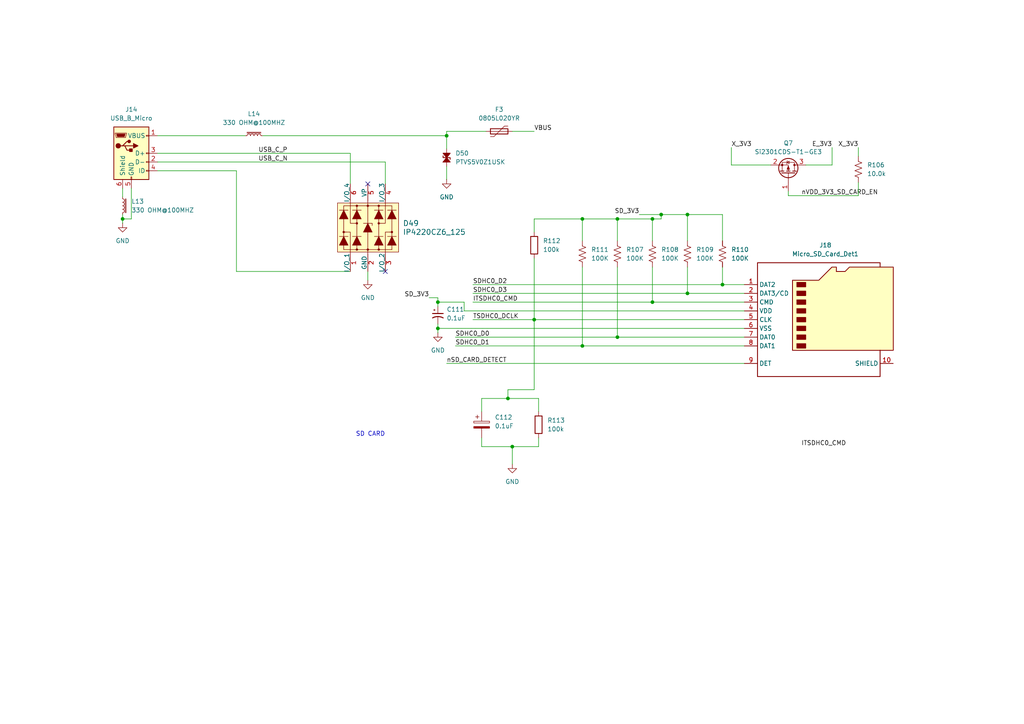
<source format=kicad_sch>
(kicad_sch (version 20231120) (generator "eeschema") (generator_version "8.0")
  (paper "A4")
  (title_block (title "Memory") (date "2024-09-08") (rev "1") (company "TampanTech") (comment 1 "Drone Flight Management Unit"))
  (lib_symbols
    (symbol "Connector:Micro_SD_Card_Det1"
      (property "Reference" "J" (at -16.51 17.78 0))
      (property "Value" "Micro_SD_Card_Det1" (at 16.51 17.78 0))
      (symbol "Micro_SD_Card_Det1_0_1"
        (rectangle (start -7.62 -6.985) (end -5.08 -8.255) (stroke (width 0.254)) (fill (type outline)))
        (rectangle (start -7.62 -4.445) (end -5.08 -5.715) (stroke (width 0.254)) (fill (type outline)))
        (rectangle (start -7.62 -1.905) (end -5.08 -3.175) (stroke (width 0.254)) (fill (type outline)))
        (rectangle (start -7.62 0.635) (end -5.08 -0.635) (stroke (width 0.254)) (fill (type outline)))
        (rectangle (start -7.62 3.175) (end -5.08 1.905) (stroke (width 0.254)) (fill (type outline)))
        (rectangle (start -7.62 5.715) (end -5.08 4.445) (stroke (width 0.254)) (fill (type outline)))
        (rectangle (start -7.62 8.255) (end -5.08 6.985) (stroke (width 0.254)) (fill (type outline)))
        (rectangle (start -7.62 10.795) (end -5.08 9.525) (stroke (width 0.254)) (fill (type outline)))
        (polyline (pts (xy 16.51 15.24) (xy 16.51 16.51) (xy -19.05 16.51) (xy -19.05 -16.51) (xy 16.51 -16.51) (xy 16.51 -8.89)) (stroke (width 0.254)))
        (polyline (pts (xy -8.89 -8.89) (xy -8.89 11.43) (xy -1.27 11.43) (xy 2.54 15.24) (xy 3.81 15.24) (xy 3.81 13.97) (xy 6.35 13.97) (xy 7.62 15.24) (xy 20.32 15.24) (xy 20.32 -8.89) (xy -8.89 -8.89)) (stroke (width 0.254)) (fill (type background)))
      )
      (symbol "Micro_SD_Card_Det1_1_1"
        (pin bidirectional line (at -22.86 10.16 0) (length 3.81) (name "DAT2") (number "1"))
        (pin passive line (at 20.32 -12.7 180) (length 3.81) (name "SHIELD") (number "10"))
        (pin bidirectional line (at -22.86 7.62 0) (length 3.81) (name "DAT3/CD") (number "2"))
        (pin input line (at -22.86 5.08 0) (length 3.81) (name "CMD") (number "3"))
        (pin power_in line (at -22.86 2.54 0) (length 3.81) (name "VDD") (number "4"))
        (pin input line (at -22.86 0 0) (length 3.81) (name "CLK") (number "5"))
        (pin power_in line (at -22.86 -2.54 0) (length 3.81) (name "VSS") (number "6"))
        (pin bidirectional line (at -22.86 -5.08 0) (length 3.81) (name "DAT0") (number "7"))
        (pin bidirectional line (at -22.86 -7.62 0) (length 3.81) (name "DAT1") (number "8"))
        (pin passive line (at -22.86 -12.7 0) (length 3.81) (name "DET") (number "9"))
      )
    )
    (symbol "Connector:USB_B_Micro" (pin_names (offset 1.016))
      (property "Reference" "J" (at -5.08 11.43 0))
      (property "Value" "USB_B_Micro" (at -5.08 8.89 0))
      (symbol "USB_B_Micro_0_1"
        (rectangle (start -5.08 -7.62) (end 5.08 7.62) (stroke (width 0.254)) (fill (type background)))
        (circle (center -3.81 2.159) (radius 0.635) (stroke (width 0.254)) (fill (type outline)))
        (circle (center -0.635 3.429) (radius 0.381) (stroke (width 0.254)) (fill (type outline)))
        (rectangle (start -0.127 -7.62) (end 0.127 -6.858))
        (polyline (pts (xy -1.905 2.159) (xy 0.635 2.159)) (stroke (width 0.254)))
        (polyline (pts (xy -3.175 2.159) (xy -2.54 2.159) (xy -1.27 3.429) (xy -0.635 3.429)) (stroke (width 0.254)))
        (polyline (pts (xy -2.54 2.159) (xy -1.905 2.159) (xy -1.27 0.889) (xy 0 0.889)) (stroke (width 0.254)))
        (polyline (pts (xy 0.635 2.794) (xy 0.635 1.524) (xy 1.905 2.159) (xy 0.635 2.794)) (stroke (width 0.254)) (fill (type outline)))
        (polyline (pts (xy -4.318 5.588) (xy -1.778 5.588) (xy -2.032 4.826) (xy -4.064 4.826) (xy -4.318 5.588)) (fill (type outline)))
        (polyline (pts (xy -4.699 5.842) (xy -4.699 5.588) (xy -4.445 4.826) (xy -4.445 4.572) (xy -1.651 4.572) (xy -1.651 4.826) (xy -1.397 5.588) (xy -1.397 5.842) (xy -4.699 5.842)))
        (rectangle (start 0.254 1.27) (end -0.508 0.508) (stroke (width 0.254)) (fill (type outline)))
        (rectangle (start 5.08 -5.207) (end 4.318 -4.953))
        (rectangle (start 5.08 -2.667) (end 4.318 -2.413))
        (rectangle (start 5.08 -0.127) (end 4.318 0.127))
        (rectangle (start 5.08 4.953) (end 4.318 5.207))
      )
      (symbol "USB_B_Micro_1_1"
        (pin power_out line (at 7.62 5.08 180) (length 2.54) (name "VBUS") (number "1"))
        (pin bidirectional line (at 7.62 -2.54 180) (length 2.54) (name "D-") (number "2"))
        (pin bidirectional line (at 7.62 0 180) (length 2.54) (name "D+") (number "3"))
        (pin passive line (at 7.62 -5.08 180) (length 2.54) (name "ID") (number "4"))
        (pin power_out line (at 0 -10.16 90) (length 2.54) (name "GND") (number "5"))
        (pin passive line (at -2.54 -10.16 90) (length 2.54) (name "Shield") (number "6"))
      )
    )
    (symbol "Device:C_Polarized" (pin_numbers hide) (pin_names (offset 0.254))
      (property "Reference" "C" (at 0.635 2.54 0))
      (property "Value" "C_Polarized" (at 0.635 -2.54 0))
      (symbol "C_Polarized_0_1"
        (rectangle (start -2.286 0.508) (end 2.286 1.016))
        (polyline (pts (xy -1.778 2.286) (xy -0.762 2.286)))
        (polyline (pts (xy -1.27 2.794) (xy -1.27 1.778)))
        (rectangle (start 2.286 -0.508) (end -2.286 -1.016) (fill (type outline)))
      )
      (symbol "C_Polarized_1_1"
        (pin passive line (at 0 3.81 270) (length 2.794) (name "~") (number "1"))
        (pin passive line (at 0 -3.81 90) (length 2.794) (name "~") (number "2"))
      )
    )
    (symbol "Device:C_Polarized_Small_US" (pin_numbers hide) (pin_names (offset 0.254) hide)
      (property "Reference" "C" (at 0.254 1.778 0))
      (property "Value" "C_Polarized_Small_US" (at 0.254 -2.032 0))
      (symbol "C_Polarized_Small_US_0_1"
        (polyline (pts (xy -1.524 0.508) (xy 1.524 0.508)) (stroke (width 0.3048)))
        (polyline (pts (xy -1.27 1.524) (xy -0.762 1.524)))
        (polyline (pts (xy -1.016 1.27) (xy -1.016 1.778)))
        (arc (start 1.524 -0.762) (mid 0 -0.3734) (end -1.524 -0.762) (stroke (width 0.3048)))
      )
      (symbol "C_Polarized_Small_US_1_1"
        (pin passive line (at 0 2.54 270) (length 2.032) (name "~") (number "1"))
        (pin passive line (at 0 -2.54 90) (length 2.032) (name "~") (number "2"))
      )
    )
    (symbol "Device:D_TVS_Small_Filled" (pin_numbers hide) (pin_names (offset 1.016) hide)
      (property "Reference" "D" (at 0 2.54 0))
      (property "Value" "D_TVS_Small_Filled" (at 0 -2.54 0))
      (symbol "D_TVS_Small_Filled_0_1"
        (polyline (pts (xy -1.27 0) (xy 1.27 0)))
        (polyline (pts (xy 0.508 1.016) (xy 0 1.016) (xy 0 -1.016) (xy -0.508 -1.016)) (stroke (width 0.254)))
      )
      (symbol "D_TVS_Small_Filled_1_1"
        (polyline (pts (xy -1.27 1.016) (xy -1.27 -1.016) (xy 0 0) (xy -1.27 1.016)) (stroke (width 0.254)) (fill (type outline)))
        (polyline (pts (xy 0 0) (xy 1.27 1.016) (xy 1.27 -1.016) (xy 0 0)) (stroke (width 0.254)) (fill (type outline)))
        (pin passive line (at -2.54 0 0) (length 1.27) (name "A1") (number "1"))
        (pin passive line (at 2.54 0 180) (length 1.27) (name "A2") (number "2"))
      )
    )
    (symbol "Device:L_Iron_Small" (pin_numbers hide) (pin_names (offset 0.254) hide)
      (property "Reference" "L" (at 1.27 1.016 0))
      (property "Value" "L_Iron_Small" (at 1.27 -1.27 0))
      (symbol "L_Iron_Small_0_1"
        (arc (start 0 -2.032) (mid 0.5058 -1.524) (end 0 -1.016))
        (arc (start 0 -1.016) (mid 0.5058 -0.508) (end 0 0))
        (polyline (pts (xy 0.762 2.032) (xy 0.762 -2.032)))
        (polyline (pts (xy 1.016 -2.032) (xy 1.016 2.032)))
        (arc (start 0 0) (mid 0.5058 0.508) (end 0 1.016))
        (arc (start 0 1.016) (mid 0.5058 1.524) (end 0 2.032))
      )
      (symbol "L_Iron_Small_1_1"
        (pin passive line (at 0 2.54 270) (length 0.508) (name "~") (number "1"))
        (pin passive line (at 0 -2.54 90) (length 0.508) (name "~") (number "2"))
      )
    )
    (symbol "Device:Polyfuse" (pin_numbers hide) (pin_names (offset 0))
      (property "Reference" "F" (at -2.54 0 90))
      (property "Value" "Polyfuse" (at 2.54 0 90))
      (symbol "Polyfuse_0_1"
        (rectangle (start -0.762 2.54) (end 0.762 -2.54) (stroke (width 0.254)))
        (polyline (pts (xy 0 2.54) (xy 0 -2.54)))
        (polyline (pts (xy -1.524 2.54) (xy -1.524 1.524) (xy 1.524 -1.524) (xy 1.524 -2.54)))
      )
      (symbol "Polyfuse_1_1"
        (pin passive line (at 0 3.81 270) (length 1.27) (name "~") (number "1"))
        (pin passive line (at 0 -3.81 90) (length 1.27) (name "~") (number "2"))
      )
    )
    (symbol "Device:R" (pin_numbers hide) (pin_names (offset 0))
      (property "Reference" "R" (at 2.032 0 90))
      (property "Value" "R" (at 0 0 90))
      (symbol "R_0_1"
        (rectangle (start -1.016 -2.54) (end 1.016 2.54) (stroke (width 0.254)))
      )
      (symbol "R_1_1"
        (pin passive line (at 0 3.81 270) (length 1.27) (name "~") (number "1"))
        (pin passive line (at 0 -3.81 90) (length 1.27) (name "~") (number "2"))
      )
    )
    (symbol "Device:R_US" (pin_numbers hide) (pin_names (offset 0))
      (property "Reference" "R" (at 2.54 0 90))
      (property "Value" "R_US" (at -2.54 0 90))
      (symbol "R_US_0_1"
        (polyline (pts (xy 0 -2.286) (xy 0 -2.54)))
        (polyline (pts (xy 0 2.286) (xy 0 2.54)))
        (polyline (pts (xy 0 -0.762) (xy 1.016 -1.143) (xy 0 -1.524) (xy -1.016 -1.905) (xy 0 -2.286)))
        (polyline (pts (xy 0 0.762) (xy 1.016 0.381) (xy 0 0) (xy -1.016 -0.381) (xy 0 -0.762)))
        (polyline (pts (xy 0 2.286) (xy 1.016 1.905) (xy 0 1.524) (xy -1.016 1.143) (xy 0 0.762)))
      )
      (symbol "R_US_1_1"
        (pin passive line (at 0 3.81 270) (length 1.27) (name "~") (number "1"))
        (pin passive line (at 0 -3.81 90) (length 1.27) (name "~") (number "2"))
      )
    )
    (symbol "Transistor_FET:Si2319CDS" (pin_names hide)
      (property "Reference" "Q" (at 5.08 1.905 0))
      (property "Value" "Si2319CDS" (at 5.08 0 0))
      (symbol "Si2319CDS_0_1"
        (polyline (pts (xy 0.254 0) (xy -2.54 0)))
        (polyline (pts (xy 0.254 1.905) (xy 0.254 -1.905)) (stroke (width 0.254)))
        (polyline (pts (xy 0.762 -1.27) (xy 0.762 -2.286)) (stroke (width 0.254)))
        (polyline (pts (xy 0.762 0.508) (xy 0.762 -0.508)) (stroke (width 0.254)))
        (polyline (pts (xy 0.762 2.286) (xy 0.762 1.27)) (stroke (width 0.254)))
        (polyline (pts (xy 2.54 2.54) (xy 2.54 1.778)))
        (polyline (pts (xy 2.54 -2.54) (xy 2.54 0) (xy 0.762 0)))
        (polyline (pts (xy 0.762 1.778) (xy 3.302 1.778) (xy 3.302 -1.778) (xy 0.762 -1.778)))
        (polyline (pts (xy 2.286 0) (xy 1.27 0.381) (xy 1.27 -0.381) (xy 2.286 0)) (fill (type outline)))
        (polyline (pts (xy 2.794 -0.508) (xy 2.921 -0.381) (xy 3.683 -0.381) (xy 3.81 -0.254)))
        (polyline (pts (xy 3.302 -0.381) (xy 2.921 0.254) (xy 3.683 0.254) (xy 3.302 -0.381)))
        (circle (center 1.651 0) (radius 2.794) (stroke (width 0.254)))
        (circle (center 2.54 -1.778) (radius 0.254) (fill (type outline)))
        (circle (center 2.54 1.778) (radius 0.254) (fill (type outline)))
      )
      (symbol "Si2319CDS_1_1"
        (pin input line (at -5.08 0 0) (length 2.54) (name "G") (number "1"))
        (pin passive line (at 2.54 -5.08 90) (length 2.54) (name "S") (number "2"))
        (pin passive line (at 2.54 5.08 270) (length 2.54) (name "D") (number "3"))
      )
    )
    (symbol "dk_TVS-Diodes:IP4220CZ6_125" (pin_names (offset 0))
      (property "Reference" "D" (at -7.0612 7.4676 0))
      (property "Value" "IP4220CZ6_125" (at 0.0508 -12.954 0))
      (symbol "IP4220CZ6_125_0_1"
        (rectangle (start -7.0612 6.2484) (end 7.1628 -11.4808) (fill (type background)))
        (circle (center -6.35 -5.715) (radius 0.254) (fill (type outline)))
        (circle (center -6.35 -2.54) (radius 0.254) (fill (type outline)))
        (circle (center -6.35 0.635) (radius 0.254) (fill (type outline)))
        (circle (center -1.27 -9.525) (radius 0.254) (fill (type outline)))
        (circle (center -1.27 4.445) (radius 0.254) (fill (type outline)))
        (polyline (pts (xy -6.35 -9.525) (xy -6.35 4.445)))
        (polyline (pts (xy -6.35 -9.525) (xy 6.35 -9.525)))
        (polyline (pts (xy -6.35 0.635) (xy 6.35 0.635)))
        (polyline (pts (xy -6.35 4.445) (xy 6.35 4.445)))
        (polyline (pts (xy -2.54 -8.255) (xy -2.54 -10.795)))
        (polyline (pts (xy -2.54 -4.445) (xy -2.54 -6.985)))
        (polyline (pts (xy -2.54 1.905) (xy -2.54 -0.635)))
        (polyline (pts (xy -2.54 5.715) (xy -2.54 3.175)))
        (polyline (pts (xy -1.27 -8.89) (xy -1.27 -9.525)))
        (polyline (pts (xy -1.27 -2.54) (xy -7.62 -2.54)))
        (polyline (pts (xy -1.27 -2.54) (xy 1.27 -2.54)))
        (polyline (pts (xy -1.27 3.81) (xy -1.27 4.445)))
        (polyline (pts (xy 1.27 -5.715) (xy 1.27 -6.35)))
        (polyline (pts (xy 1.27 -3.81) (xy 0.635 -3.81)))
        (polyline (pts (xy 1.27 -2.54) (xy 7.62 -2.54)))
        (polyline (pts (xy 1.27 -1.27) (xy 1.27 -3.81)))
        (polyline (pts (xy 1.27 0.635) (xy 1.27 1.27)))
        (polyline (pts (xy 5.08 -8.255) (xy 5.08 -10.795)))
        (polyline (pts (xy 5.08 -4.445) (xy 5.08 -6.985)))
        (polyline (pts (xy 5.08 1.905) (xy 5.08 -0.635)))
        (polyline (pts (xy 5.08 5.715) (xy 5.08 3.175)))
        (polyline (pts (xy 6.35 -5.715) (xy -6.35 -5.715)))
        (polyline (pts (xy 6.35 4.445) (xy 6.35 -9.525)))
        (polyline (pts (xy -1.27 -8.89) (xy -1.27 -7.62) (xy -7.62 -7.62)))
        (polyline (pts (xy -1.27 3.81) (xy -1.27 2.54) (xy -7.62 2.54)))
        (polyline (pts (xy 1.27 1.27) (xy 1.27 2.54) (xy 7.62 2.54)))
        (polyline (pts (xy 7.62 -7.62) (xy 1.27 -7.62) (xy 1.27 -6.35)))
        (polyline (pts (xy -5.08 -8.255) (xy -5.08 -10.795) (xy -2.54 -9.525) (xy -5.08 -8.255)) (fill (type outline)))
        (polyline (pts (xy -5.08 -4.445) (xy -5.08 -6.985) (xy -2.54 -5.715) (xy -5.08 -4.445)) (fill (type outline)))
        (polyline (pts (xy -5.08 1.905) (xy -5.08 -0.635) (xy -2.54 0.635) (xy -5.08 1.905)) (fill (type outline)))
        (polyline (pts (xy -5.08 5.715) (xy -5.08 3.175) (xy -2.54 4.445) (xy -5.08 5.715)) (fill (type outline)))
        (polyline (pts (xy -1.27 -1.27) (xy -1.27 -3.81) (xy 1.27 -2.54) (xy -1.27 -1.27)) (fill (type outline)))
        (polyline (pts (xy 2.54 -8.255) (xy 2.54 -10.795) (xy 5.08 -9.525) (xy 2.54 -8.255)) (fill (type outline)))
        (polyline (pts (xy 2.54 1.905) (xy 2.54 -0.635) (xy 5.08 0.635) (xy 2.54 1.905)) (fill (type outline)))
        (polyline (pts (xy 5.08 -5.715) (xy 2.54 -4.445) (xy 2.54 -6.985) (xy 5.08 -5.715)) (fill (type outline)))
        (polyline (pts (xy 5.08 4.445) (xy 2.54 5.715) (xy 2.54 3.175) (xy 5.08 4.445)) (fill (type outline)))
        (circle (center 1.27 -5.715) (radius 0.254) (fill (type outline)))
        (circle (center 1.27 0.635) (radius 0.254) (fill (type outline)))
        (circle (center 6.35 -5.715) (radius 0.254) (fill (type outline)))
        (circle (center 6.35 -2.54) (radius 0.254) (fill (type outline)))
        (circle (center 6.35 0.635) (radius 0.254) (fill (type outline)))
      )
      (symbol "IP4220CZ6_125_1_1"
        (pin passive line (at -12.7 2.54 0) (length 5.08) (name "I/O_1") (number "1"))
        (pin power_in line (at -12.7 -2.54 0) (length 5.08) (name "GND") (number "2"))
        (pin passive line (at -12.7 -7.62 0) (length 5.08) (name "I/O_2") (number "3"))
        (pin passive line (at 12.7 -7.62 180) (length 5.08) (name "I/O_3") (number "4"))
        (pin power_in line (at 12.7 -2.54 180) (length 5.08) (name "VP") (number "5"))
        (pin passive line (at 12.7 2.54 180) (length 5.08) (name "I/O_4") (number "6"))
      )
    )
    (symbol "power:GND" (power) (pin_numbers hide) (pin_names (offset 0) hide)
      (property "Value" "GND" (at 0 -3.81 0))
      (symbol "GND_0_1"
        (polyline (pts (xy 0 0) (xy 0 -1.27) (xy 1.27 -1.27) (xy 0 -2.54) (xy -1.27 -1.27) (xy 0 -1.27)))
      )
      (symbol "GND_1_1"
        (pin power_in line (at 0 0 270) (length 0) (name "~") (number "1"))
      )
    )
  )
  (junction (at 127 95.25))
  (junction (at 168.91 100.33))
  (junction (at 189.23 63.5))
  (junction (at 209.55 82.55))
  (junction (at 147.32 115.57))
  (junction (at 127 87.63))
  (junction (at 179.07 97.79))
  (junction (at 189.23 87.63))
  (junction (at 191.77 62.23))
  (junction (at 148.59 129.54))
  (junction (at 35.56 63.5))
  (junction (at 154.94 92.71))
  (junction (at 179.07 63.5))
  (junction (at 129.54 39.37))
  (junction (at 199.39 62.23))
  (junction (at 168.91 63.5))
  (junction (at 199.39 85.09))
  (no_connect (at 106.68 53.34))
  (no_connect (at 111.76 78.74))
  (wire (pts (xy 209.55 62.23) (xy 209.55 69.85)))
  (wire (pts (xy 137.16 92.71) (xy 154.94 92.71)))
  (wire (pts (xy 156.21 129.54) (xy 156.21 127)))
  (wire (pts (xy 241.3399 47.8595) (xy 233.7199 47.8595)))
  (wire (pts (xy 139.7 119.38) (xy 139.7 115.57)))
  (wire (pts (xy 139.7 127) (xy 139.7 129.54)))
  (wire (pts (xy 137.16 87.63) (xy 189.23 87.63)))
  (wire (pts (xy 111.76 46.99) (xy 111.76 53.34)))
  (wire (pts (xy 148.59 38.1) (xy 154.94 38.1)))
  (wire (pts (xy 148.59 129.54) (xy 148.59 134.62)))
  (wire (pts (xy 140.97 38.1) (xy 129.54 38.1)))
  (wire (pts (xy 248.9599 56.7495) (xy 248.9599 52.9395)))
  (wire (pts (xy 124.46 86.36) (xy 127 86.36)))
  (wire (pts (xy 38.1 63.5) (xy 38.1 54.61)))
  (wire (pts (xy 147.32 115.57) (xy 156.21 115.57)))
  (wire (pts (xy 228.6399 56.7495) (xy 228.6399 55.4795)))
  (wire (pts (xy 127 93.98) (xy 127 95.25)))
  (wire (pts (xy 179.07 69.85) (xy 179.07 63.5)))
  (wire (pts (xy 156.21 115.57) (xy 156.21 119.38)))
  (wire (pts (xy 101.6 78.74) (xy 68.58 78.74)))
  (wire (pts (xy 209.55 77.47) (xy 209.55 82.55)))
  (wire (pts (xy 212.1299 42.7795) (xy 212.1299 47.8595)))
  (wire (pts (xy 129.54 38.1) (xy 129.54 39.37)))
  (wire (pts (xy 179.07 77.47) (xy 179.07 97.79)))
  (wire (pts (xy 154.94 74.93) (xy 154.94 92.71)))
  (wire (pts (xy 129.54 43.18) (xy 129.54 39.37)))
  (wire (pts (xy 139.7 129.54) (xy 148.59 129.54)))
  (wire (pts (xy 147.32 113.03) (xy 147.32 115.57)))
  (wire (pts (xy 45.72 39.37) (xy 71.12 39.37)))
  (wire (pts (xy 134.62 90.17) (xy 215.9 90.17)))
  (wire (pts (xy 168.91 100.33) (xy 215.9 100.33)))
  (wire (pts (xy 132.08 97.79) (xy 179.07 97.79)))
  (wire (pts (xy 199.39 77.47) (xy 199.39 85.09)))
  (wire (pts (xy 148.59 129.54) (xy 156.21 129.54)))
  (wire (pts (xy 191.77 62.23) (xy 199.39 62.23)))
  (wire (pts (xy 35.56 63.5) (xy 38.1 63.5)))
  (wire (pts (xy 134.62 90.17) (xy 134.62 87.63)))
  (wire (pts (xy 179.07 97.79) (xy 215.9 97.79)))
  (wire (pts (xy 35.56 63.5) (xy 35.56 64.77)))
  (wire (pts (xy 68.58 78.74) (xy 68.58 49.53)))
  (wire (pts (xy 199.39 62.23) (xy 209.55 62.23)))
  (wire (pts (xy 101.6 44.45) (xy 101.6 53.34)))
  (wire (pts (xy 45.72 44.45) (xy 101.6 44.45)))
  (wire (pts (xy 154.94 63.5) (xy 168.91 63.5)))
  (wire (pts (xy 168.91 69.85) (xy 168.91 63.5)))
  (wire (pts (xy 248.9599 42.7795) (xy 248.9599 45.3195)))
  (wire (pts (xy 199.39 85.09) (xy 215.9 85.09)))
  (wire (pts (xy 139.7 115.57) (xy 147.32 115.57)))
  (wire (pts (xy 35.56 62.23) (xy 35.56 63.5)))
  (wire (pts (xy 212.1299 47.8595) (xy 223.5599 47.8595)))
  (wire (pts (xy 134.62 87.63) (xy 127 87.63)))
  (wire (pts (xy 199.39 62.23) (xy 199.39 69.85)))
  (wire (pts (xy 209.55 82.55) (xy 215.9 82.55)))
  (wire (pts (xy 132.08 100.33) (xy 168.91 100.33)))
  (wire (pts (xy 154.94 92.71) (xy 154.94 113.03)))
  (wire (pts (xy 189.23 87.63) (xy 215.9 87.63)))
  (wire (pts (xy 127 87.63) (xy 127 88.9)))
  (wire (pts (xy 154.94 92.71) (xy 215.9 92.71)))
  (wire (pts (xy 129.54 48.26) (xy 129.54 52.07)))
  (wire (pts (xy 127 86.36) (xy 127 87.63)))
  (wire (pts (xy 191.77 63.5) (xy 191.77 62.23)))
  (wire (pts (xy 154.94 67.31) (xy 154.94 63.5)))
  (wire (pts (xy 168.91 63.5) (xy 179.07 63.5)))
  (wire (pts (xy 127 95.25) (xy 127 96.52)))
  (wire (pts (xy 189.23 77.47) (xy 189.23 87.63)))
  (wire (pts (xy 154.94 113.03) (xy 147.32 113.03)))
  (wire (pts (xy 228.6399 56.7495) (xy 248.9599 56.7495)))
  (wire (pts (xy 68.58 49.53) (xy 45.72 49.53)))
  (wire (pts (xy 137.16 82.55) (xy 209.55 82.55)))
  (wire (pts (xy 35.56 57.15) (xy 35.56 54.61)))
  (wire (pts (xy 129.54 39.37) (xy 76.2 39.37)))
  (wire (pts (xy 189.23 63.5) (xy 191.77 63.5)))
  (wire (pts (xy 45.72 46.99) (xy 111.76 46.99)))
  (wire (pts (xy 127 95.25) (xy 215.9 95.25)))
  (wire (pts (xy 189.23 63.5) (xy 189.23 69.85)))
  (wire (pts (xy 106.68 78.74) (xy 106.68 81.28)))
  (wire (pts (xy 185.42 62.23) (xy 191.77 62.23)))
  (wire (pts (xy 168.91 77.47) (xy 168.91 100.33)))
  (wire (pts (xy 137.16 85.09) (xy 199.39 85.09)))
  (wire (pts (xy 179.07 63.5) (xy 189.23 63.5)))
  (wire (pts (xy 129.54 105.41) (xy 215.9 105.41)))
  (wire (pts (xy 241.3399 42.7795) (xy 241.3399 47.8595)))
  (text "SD CARD" (at 107.442 125.984 0) (effects (font (size 1.27 1.27))))
  (label "USB_C_P" (at 74.93 44.45 0))
  (label "ITSDHC0_CMD" (at 137.16 87.63 0))
  (label "SD_3V3" (at 185.42 62.23 180))
  (label "X_3V3" (at 248.9599 42.7795 180))
  (label "USB_C_N" (at 74.93 46.99 0))
  (label "X_3V3" (at 212.1299 42.7795 0))
  (label "E_3V3" (at 241.3399 42.7795 180))
  (label "SDHC0_D1" (at 132.08 100.33 0))
  (label "TSDHC0_DCLK" (at 137.16 92.71 0))
  (label "nVDD_3V3_SD_CARD_EN" (at 232.4499 56.7495 0))
  (label "VBUS" (at 154.94 38.1 0))
  (label "ITSDHC0_CMD" (at 232.41 129.54 0))
  (label "SDHC0_D3" (at 137.16 85.09 0))
  (label "SDHC0_D2" (at 137.16 82.55 0))
  (label "SD_3V3" (at 124.46 86.36 180))
  (label "SDHC0_D0" (at 132.08 97.79 0))
  (label "nSD_CARD_DETECT" (at 129.54 105.41 0))
  (symbol (lib_id "power:GND") (at 35.56 64.77 0) (unit 1)
    (property "Reference" "#PWR0197" (effects (hide yes)))
    (property "Value" "GND" (at 35.56 69.85 0))
    (property "Description" "Power symbol creates a global label with name \"GND\" , ground" (effects (hide yes)))
  )
  (symbol (lib_id "Device:Polyfuse") (at 144.78 38.1 90) (unit 1)
    (property "Reference" "F3" (at 144.78 31.75 90))
    (property "Value" "0805L020YR" (at 144.78 34.29 90))
    (property "Description" "Resettable fuse, polymeric positive temperature coefficient" (effects (hide yes)))
  )
  (symbol (lib_id "Device:R_US") (at 209.55 73.66 0) (unit 1)
    (property "Reference" "R110" (at 212.09 72.3899 0) (effects (justify left)))
    (property "Value" "100K" (at 212.09 74.9299 0) (effects (justify left)))
    (property "Description" "Resistor, US symbol" (effects (hide yes)))
  )
  (symbol (lib_id "Device:L_Iron_Small") (at 73.66 39.37 90) (unit 1)
    (property "Reference" "L14" (at 73.66 33.02 90))
    (property "Value" "330 OHM@100MHZ" (at 73.66 35.56 90))
    (property "Description" "Inductor with iron core, small symbol" (effects (hide yes)))
  )
  (symbol (lib_id "Device:R") (at 154.94 71.12 0) (unit 1)
    (property "Reference" "R112" (at 157.48 69.8499 0) (effects (justify left)))
    (property "Value" "100k" (at 157.48 72.3899 0) (effects (justify left)))
    (property "Description" "Resistor" (effects (hide yes)))
  )
  (symbol (lib_id "Device:R") (at 156.21 123.19 0) (unit 1)
    (property "Reference" "R113" (at 158.75 121.9199 0) (effects (justify left)))
    (property "Value" "100k" (at 158.75 124.4599 0) (effects (justify left)))
    (property "Description" "Resistor" (effects (hide yes)))
  )
  (symbol (lib_id "Device:C_Polarized") (at 139.7 123.19 0) (unit 1)
    (property "Reference" "C112" (at 143.51 121.0309 0) (effects (justify left)))
    (property "Value" "0.1uF" (at 143.51 123.5709 0) (effects (justify left)))
    (property "Description" "Polarized capacitor" (effects (hide yes)))
  )
  (symbol (lib_id "power:GND") (at 127 96.52 0) (unit 1)
    (property "Reference" "#PWR0200" (effects (hide yes)))
    (property "Value" "GND" (at 127 101.6 0))
    (property "Description" "Power symbol creates a global label with name \"GND\" , ground" (effects (hide yes)))
  )
  (symbol (lib_id "dk_TVS-Diodes:IP4220CZ6_125") (at 104.14 66.04 90) (unit 1)
    (property "Reference" "D49" (at 116.84 64.7699 90) (effects (font (size 1.524 1.524)) (justify right)))
    (property "Value" "IP4220CZ6_125" (at 116.84 67.3099 90) (effects (font (size 1.524 1.524)) (justify right)))
    (property "Footprint" "digikey-footprints:SC-74" (effects (hide yes)))
    (property "Datasheet" "https://assets.nexperia.com/documents/data-sheet/IP4220CZ6.pdf" (effects (hide yes)))
    (property "Description" "TVS DIODE 5.5V 6TSOP" (effects (hide yes)))
    (property "Digi-Key_PN" "1727-3578-1-ND" (effects (hide yes)))
    (property "MPN" "IP4220CZ6,125" (effects (hide yes)))
    (property "Category" "Circuit Protection" (effects (hide yes)))
    (property "Family" "TVS - Diodes" (effects (hide yes)))
    (property "DK_Datasheet_Link" "https://assets.nexperia.com/documents/data-sheet/IP4220CZ6.pdf" (effects (hide yes)))
    (property "DK_Detail_Page" "/product-detail/en/nexperia-usa-inc/IP4220CZ6,125/1727-3578-1-ND/1133548" (effects (hide yes)))
    (property "Description_1" "TVS DIODE 5.5V 6TSOP" (effects (hide yes)))
    (property "Manufacturer" "Nexperia USA Inc." (effects (hide yes)))
    (property "Status" "Active" (effects (hide yes)))
  )
  (symbol (lib_id "Device:C_Polarized_Small_US") (at 127 91.44 0) (unit 1)
    (property "Reference" "C111" (at 129.54 89.7381 0) (effects (justify left)))
    (property "Value" "0.1uF" (at 129.54 92.2781 0) (effects (justify left)))
    (property "Description" "Polarized capacitor, small US symbol" (effects (hide yes)))
  )
  (symbol (lib_id "Connector:USB_B_Micro") (at 38.1 44.45 0) (unit 1)
    (property "Reference" "J14" (at 38.1 31.75 0))
    (property "Value" "USB_B_Micro" (at 38.1 34.29 0))
    (property "Description" "USB Micro Type B connector" (effects (hide yes)))
  )
  (symbol (lib_id "Device:R_US") (at 248.9599 49.1295 180) (unit 1)
    (property "Reference" "R106" (at 251.4999 47.8594 0) (effects (justify right)))
    (property "Value" "10.0k" (at 251.4999 50.3994 0) (effects (justify right)))
    (property "Description" "Resistor, US symbol" (effects (hide yes)))
  )
  (symbol (lib_id "Device:R_US") (at 199.39 73.66 0) (unit 1)
    (property "Reference" "R109" (at 201.93 72.3899 0) (effects (justify left)))
    (property "Value" "100K" (at 201.93 74.9299 0) (effects (justify left)))
    (property "Description" "Resistor, US symbol" (effects (hide yes)))
  )
  (symbol (lib_id "Device:R_US") (at 189.23 73.66 0) (unit 1)
    (property "Reference" "R108" (at 191.77 72.3899 0) (effects (justify left)))
    (property "Value" "100K" (at 191.77 74.9299 0) (effects (justify left)))
    (property "Description" "Resistor, US symbol" (effects (hide yes)))
  )
  (symbol (lib_id "power:GND") (at 148.59 134.62 0) (unit 1)
    (property "Reference" "#PWR0201" (effects (hide yes)))
    (property "Value" "GND" (at 148.59 139.7 0))
    (property "Description" "Power symbol creates a global label with name \"GND\" , ground" (effects (hide yes)))
  )
  (symbol (lib_id "Device:R_US") (at 168.91 73.66 0) (unit 1)
    (property "Reference" "R111" (at 171.45 72.3899 0) (effects (justify left)))
    (property "Value" "100K" (at 171.45 74.9299 0) (effects (justify left)))
    (property "Description" "Resistor, US symbol" (effects (hide yes)))
  )
  (symbol (lib_id "power:GND") (at 129.54 52.07 0) (unit 1)
    (property "Reference" "#PWR0199" (effects (hide yes)))
    (property "Value" "GND" (at 129.54 57.15 0))
    (property "Description" "Power symbol creates a global label with name \"GND\" , ground" (effects (hide yes)))
  )
  (symbol (lib_id "power:GND") (at 106.68 81.28 0) (unit 1)
    (property "Reference" "#PWR0198" (effects (hide yes)))
    (property "Value" "GND" (at 106.68 86.36 0))
    (property "Description" "Power symbol creates a global label with name \"GND\" , ground" (effects (hide yes)))
  )
  (symbol (lib_id "Device:D_TVS_Small_Filled") (at 129.54 45.72 90) (unit 1)
    (property "Reference" "D50" (at 132.08 44.4499 90) (effects (justify right)))
    (property "Value" "PTVS5V0Z1USK" (at 132.08 46.9899 90) (effects (justify right)))
    (property "Description" "Bidirectional transient-voltage-suppression diode, small symbol, filled shape" (effects (hide yes)))
  )
  (symbol (lib_id "Transistor_FET:Si2319CDS") (at 228.6399 50.3995 270) (mirror x) (unit 1)
    (property "Reference" "Q7" (at 228.6399 41.5095 90))
    (property "Value" "Si2301CDS-T1-GE3" (at 228.6399 44.0495 90))
    (property "Footprint" "Package_TO_SOT_SMD:SOT-23" (effects (hide yes)))
    (property "Datasheet" "http://www.vishay.com/docs/66709/si2319cd.pdf" (effects (hide yes)))
    (property "Description" "-4.4A Id, -40V Vds, P-Channel MOSFET, SOT-23" (effects (hide yes)))
  )
  (symbol (lib_id "Connector:Micro_SD_Card_Det1") (at 238.76 92.71 0) (unit 1)
    (property "Reference" "J18" (at 239.395 71.12 0))
    (property "Value" "Micro_SD_Card_Det1" (at 239.395 73.66 0))
    (property "Datasheet" "https://datasheet.lcsc.com/lcsc/2110151630_XKB-Connectivity-XKTF-015-N_C381082.pdf" (effects (hide yes)))
    (property "Description" "Micro SD Card Socket with one card detection pin" (effects (hide yes)))
  )
  (symbol (lib_id "Device:R_US") (at 179.07 73.66 0) (unit 1)
    (property "Reference" "R107" (at 181.61 72.3899 0) (effects (justify left)))
    (property "Value" "100K" (at 181.61 74.9299 0) (effects (justify left)))
    (property "Description" "Resistor, US symbol" (effects (hide yes)))
  )
  (symbol (lib_id "Device:L_Iron_Small") (at 35.56 59.69 0) (unit 1)
    (property "Reference" "L13" (at 38.1 58.4199 0) (effects (justify left)))
    (property "Value" "330 OHM@100MHZ" (at 38.1 60.9599 0) (effects (justify left)))
    (property "Description" "Inductor with iron core, small symbol" (effects (hide yes)))
  )
)
</source>
